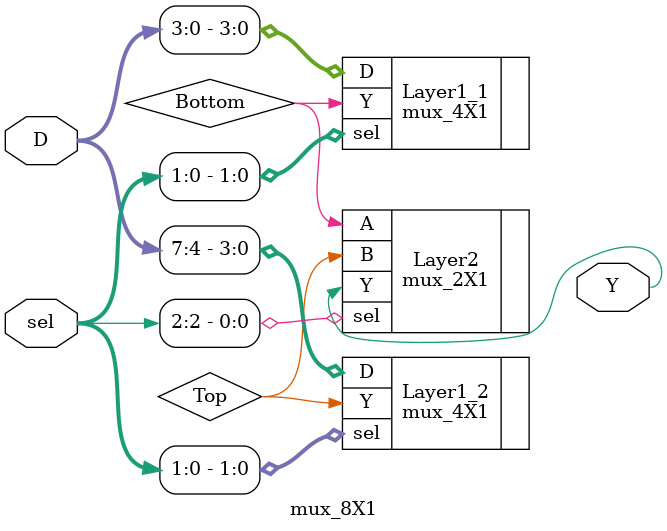
<source format=sv>
module mux_8X1(
	 input  logic [2:0] sel,
	 input  logic [7:0] D,
	 output logic Y
);
 logic Bottom, Top;
 mux_4X1	Layer1_1 (.sel(sel[1:0]), .D(D[3:0]), .Y(Bottom));
 mux_4X1 	Layer1_2 (.sel(sel[1:0]), .D(D[7:4]), .Y(Top));
 mux_2X1	Layer2   (.sel(sel[2]), .A(Bottom), .B(Top), .Y(Y));
endmodule


</source>
